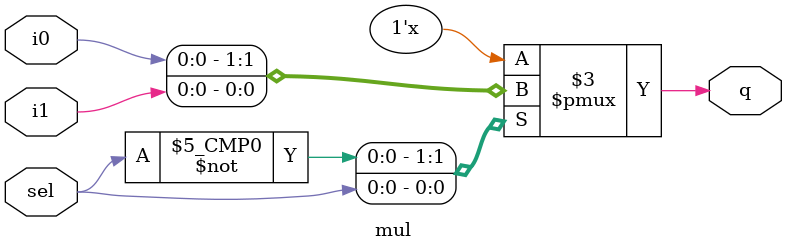
<source format=v>
module mul(q,i0,i1,sel);
	output q;
	reg q;
	input i0,i1,sel;
	wire nsel;
	always @(i0 or i1 or sel or nsel)
		begin
			case(sel)
				1'b0: q=i0;
				1'b1: q=i1;
			endcase
		end
		not (nsel,sel);
endmodule

</source>
